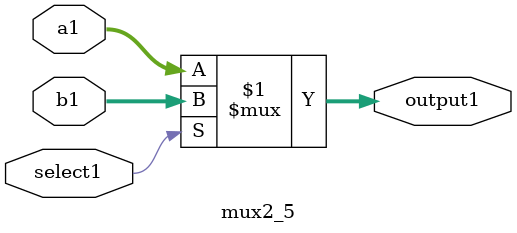
<source format=v>
 module mux2_5(
   a1,b1,select1,output1
 );
 input [4:0] a1,b1;
 input select1;
 output  [4:0] output1;
 assign output1 = select1 ? b1:a1; 
   
 endmodule

</source>
